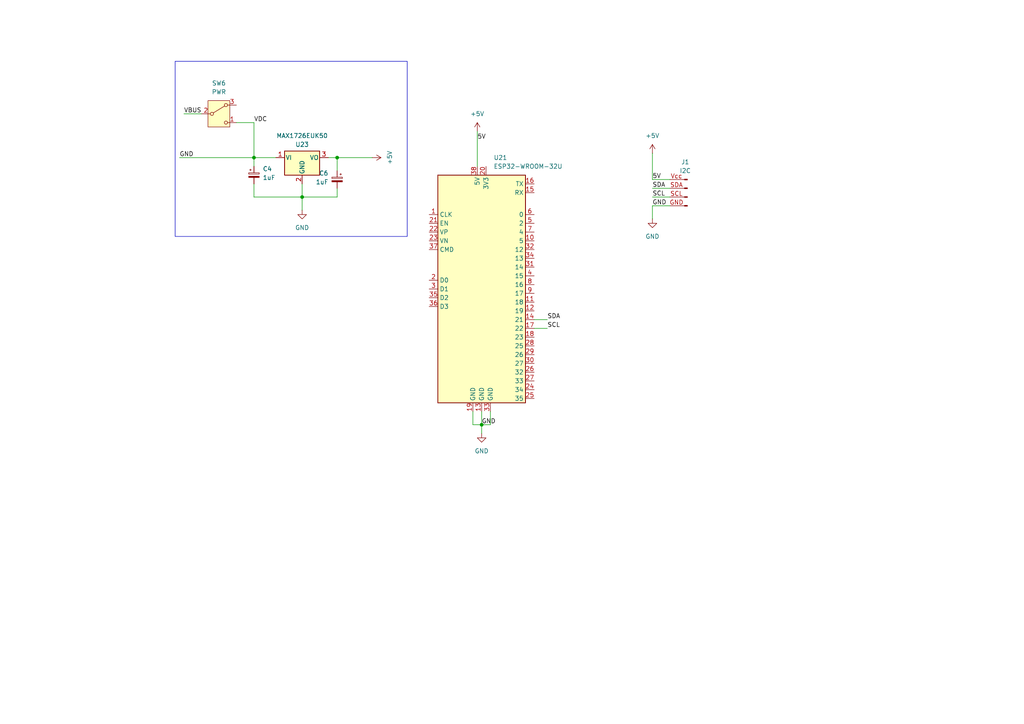
<source format=kicad_sch>
(kicad_sch (version 20231120) (generator "eeschema") (generator_version "8.0")
  (paper "A4")
  (lib_symbols
    (symbol "Alexander_Library_Symbols:Conn_I2C_01x04" (pin_names (offset 1.016) hide)
      (property "Reference" "J" (at 0 5.08 0))
      (property "Value" "I2C" (at 0 -7.62 0))
      (symbol "Conn_I2C_01x04_1_1"
        (polyline (pts (xy 1.27 -5.08) (xy 0.8636 -5.08)) (stroke (width 0.1524)))
        (polyline (pts (xy 1.27 -2.54) (xy 0.8636 -2.54)) (stroke (width 0.1524)))
        (polyline (pts (xy 1.27 0) (xy 0.8636 0)) (stroke (width 0.1524)))
        (polyline (pts (xy 1.27 2.54) (xy 0.8636 2.54)) (stroke (width 0.1524)))
        (rectangle (start 0.8636 -4.953) (end 0 -5.207) (stroke (width 0.1524)) (fill (type outline)))
        (rectangle (start 0.8636 -2.413) (end 0 -2.667) (stroke (width 0.1524)) (fill (type outline)))
        (rectangle (start 0.8636 0.127) (end 0 -0.127) (stroke (width 0.1524)) (fill (type outline)))
        (rectangle (start 0.8636 2.667) (end 0 2.413) (stroke (width 0.1524)) (fill (type outline)))
        (pin power_out line (at 5.08 -5.08 180) (length 3.81) (name "GND") (number "GND"))
        (pin bidirectional line (at 5.08 -2.54 180) (length 3.81) (name "SCL") (number "SCL"))
        (pin bidirectional line (at 5.08 0 180) (length 3.81) (name "SDA") (number "SDA"))
        (pin power_in line (at 5.08 2.54 180) (length 3.81) (name "VCC") (number "Vcc"))
      )
    )
    (symbol "Alexander_Library_Symbols:ESP32-WROOM-32U"
      (property "Reference" "U" (at -12.7 34.29 0))
      (property "Value" "ESP32-WROOM-32U" (at 4.318 34.036 0))
      (symbol "ESP32-WROOM-32U_0_1"
        (rectangle (start -12.7 31.75) (end 12.7 -34.29) (stroke (width 0.254)) (fill (type background)))
      )
      (symbol "ESP32-WROOM-32U_1_1"
        (pin bidirectional line (at -15.24 20.32 0) (length 2.54) (name "CLK") (number "1"))
        (pin bidirectional line (at 15.24 12.7 180) (length 2.54) (name "5") (number "10"))
        (pin bidirectional line (at 15.24 -5.08 180) (length 2.54) (name "18") (number "11"))
        (pin bidirectional line (at 15.24 -7.62 180) (length 2.54) (name "19") (number "12"))
        (pin power_out line (at 0 -36.83 90) (length 2.54) (name "GND") (number "13"))
        (pin bidirectional line (at 15.24 -10.16 180) (length 2.54) (name "21") (number "14"))
        (pin input line (at 15.24 26.67 180) (length 2.54) (name "RX") (number "15"))
        (pin output line (at 15.24 29.21 180) (length 2.54) (name "TX") (number "16"))
        (pin bidirectional line (at 15.24 -12.7 180) (length 2.54) (name "22") (number "17"))
        (pin bidirectional line (at 15.24 -15.24 180) (length 2.54) (name "23") (number "18"))
        (pin power_out line (at -2.54 -36.83 90) (length 2.54) (name "GND") (number "19"))
        (pin bidirectional line (at -15.24 1.27 0) (length 2.54) (name "D0") (number "2"))
        (pin power_in line (at 1.27 34.29 270) (length 2.54) (name "3V3") (number "20"))
        (pin bidirectional line (at -15.24 17.78 0) (length 2.54) (name "EN") (number "21"))
        (pin bidirectional line (at -15.24 15.24 0) (length 2.54) (name "VP") (number "22"))
        (pin bidirectional line (at -15.24 12.7 0) (length 2.54) (name "VN") (number "23"))
        (pin bidirectional line (at 15.24 -30.48 180) (length 2.54) (name "34") (number "24"))
        (pin bidirectional line (at 15.24 -33.02 180) (length 2.54) (name "35") (number "25"))
        (pin bidirectional line (at 15.24 -25.4 180) (length 2.54) (name "32") (number "26"))
        (pin bidirectional line (at 15.24 -27.94 180) (length 2.54) (name "33") (number "27"))
        (pin bidirectional line (at 15.24 -17.78 180) (length 2.54) (name "25") (number "28"))
        (pin bidirectional line (at 15.24 -20.32 180) (length 2.54) (name "26") (number "29"))
        (pin bidirectional line (at -15.24 -1.27 0) (length 2.54) (name "D1") (number "3"))
        (pin bidirectional line (at 15.24 -22.86 180) (length 2.54) (name "27") (number "30"))
        (pin bidirectional line (at 15.24 5.08 180) (length 2.54) (name "14") (number "31"))
        (pin bidirectional line (at 15.24 10.16 180) (length 2.54) (name "12") (number "32"))
        (pin power_out line (at 2.54 -36.83 90) (length 2.54) (name "GND") (number "33"))
        (pin bidirectional line (at 15.24 7.62 180) (length 2.54) (name "13") (number "34"))
        (pin bidirectional line (at -15.24 -3.81 0) (length 2.54) (name "D2") (number "35"))
        (pin bidirectional line (at -15.24 -6.35 0) (length 2.54) (name "D3") (number "36"))
        (pin bidirectional line (at -15.24 10.16 0) (length 2.54) (name "CMD") (number "37"))
        (pin power_in line (at -1.27 34.29 270) (length 2.54) (name "5V") (number "38"))
        (pin bidirectional line (at 15.24 2.54 180) (length 2.54) (name "15") (number "4"))
        (pin bidirectional line (at 15.24 17.78 180) (length 2.54) (name "2") (number "5"))
        (pin bidirectional line (at 15.24 20.32 180) (length 2.54) (name "0") (number "6"))
        (pin bidirectional line (at 15.24 15.24 180) (length 2.54) (name "4") (number "7"))
        (pin bidirectional line (at 15.24 0 180) (length 2.54) (name "16") (number "8"))
        (pin bidirectional line (at 15.24 -2.54 180) (length 2.54) (name "17") (number "9"))
      )
    )
    (symbol "Device:C_Polarized_Small" (pin_numbers hide) (pin_names (offset 0.254) hide)
      (property "Reference" "C" (at 0.254 1.778 0))
      (property "Value" "C_Polarized_Small" (at 0.254 -2.032 0))
      (symbol "C_Polarized_Small_0_1"
        (rectangle (start -1.524 -0.3048) (end 1.524 -0.6858) (fill (type outline)))
        (rectangle (start -1.524 0.6858) (end 1.524 0.3048))
        (polyline (pts (xy -1.27 1.524) (xy -0.762 1.524)))
        (polyline (pts (xy -1.016 1.27) (xy -1.016 1.778)))
      )
      (symbol "C_Polarized_Small_1_1"
        (pin passive line (at 0 2.54 270) (length 1.8542) (name "~") (number "1"))
        (pin passive line (at 0 -2.54 90) (length 1.8542) (name "~") (number "2"))
      )
    )
    (symbol "Regulator_Linear:LM78M05_TO220" (pin_names (offset 0.254))
      (property "Reference" "U" (at -3.81 3.175 0))
      (property "Value" "LM78M05_TO220" (at 0 3.175 0))
      (symbol "LM78M05_TO220_0_1"
        (rectangle (start -5.08 1.905) (end 5.08 -5.08) (stroke (width 0.254)) (fill (type background)))
      )
      (symbol "LM78M05_TO220_1_1"
        (pin power_in line (at -7.62 0 0) (length 2.54) (name "VI") (number "1"))
        (pin power_in line (at 0 -7.62 90) (length 2.54) (name "GND") (number "2"))
        (pin power_out line (at 7.62 0 180) (length 2.54) (name "VO") (number "3"))
      )
    )
    (symbol "Switch:SW_SPDT_321" (pin_names (offset 1) hide)
      (property "Reference" "SW" (at 0 5.08 0))
      (property "Value" "SW_SPDT_321" (at 0 -5.08 0))
      (symbol "SW_SPDT_321_0_1"
        (circle (center -2.032 0) (radius 0.4572))
        (polyline (pts (xy -1.651 0.254) (xy 1.651 2.286)))
        (circle (center 2.032 -2.54) (radius 0.4572))
        (circle (center 2.032 2.54) (radius 0.4572))
      )
      (symbol "SW_SPDT_321_1_1"
        (rectangle (start -3.175 3.81) (end 3.175 -3.81) (fill (type background)))
        (pin passive line (at 5.08 -2.54 180) (length 2.54) (name "C") (number "1"))
        (pin passive line (at -5.08 0 0) (length 2.54) (name "B") (number "2"))
        (pin passive line (at 5.08 2.54 180) (length 2.54) (name "A") (number "3"))
      )
    )
    (symbol "power:+5V" (power) (pin_numbers hide) (pin_names (offset 0) hide)
      (property "Value" "+5V" (at 0 3.556 0))
      (symbol "+5V_0_1"
        (polyline (pts (xy -0.762 1.27) (xy 0 2.54)))
        (polyline (pts (xy 0 0) (xy 0 2.54)))
        (polyline (pts (xy 0 2.54) (xy 0.762 1.27)))
      )
      (symbol "+5V_1_1"
        (pin power_in line (at 0 0 90) (length 0) (name "~") (number "1"))
      )
    )
    (symbol "power:GND" (power) (pin_numbers hide) (pin_names (offset 0) hide)
      (property "Value" "GND" (at 0 -3.81 0))
      (symbol "GND_0_1"
        (polyline (pts (xy 0 0) (xy 0 -1.27) (xy 1.27 -1.27) (xy 0 -2.54) (xy -1.27 -1.27) (xy 0 -1.27)))
      )
      (symbol "GND_1_1"
        (pin power_in line (at 0 0 270) (length 0) (name "~") (number "1"))
      )
    )
  )
  (junction (at 139.7 123.19))
  (junction (at 87.63 57.15))
  (junction (at 97.79 45.72))
  (junction (at 73.66 45.72))
  (wire (pts (xy 154.94 95.25) (xy 158.75 95.25)))
  (wire (pts (xy 73.66 53.34) (xy 73.66 57.15)))
  (wire (pts (xy 97.79 54.61) (xy 97.79 57.15)))
  (wire (pts (xy 73.66 35.56) (xy 73.66 45.72)))
  (wire (pts (xy 52.07 45.72) (xy 73.66 45.72)))
  (wire (pts (xy 73.66 45.72) (xy 73.66 48.26)))
  (wire (pts (xy 97.79 45.72) (xy 107.95 45.72)))
  (wire (pts (xy 53.34 33.02) (xy 58.42 33.02)))
  (wire (pts (xy 189.23 57.15) (xy 194.31 57.15)))
  (wire (pts (xy 95.25 45.72) (xy 97.79 45.72)))
  (wire (pts (xy 189.23 59.69) (xy 194.31 59.69)))
  (wire (pts (xy 137.16 119.38) (xy 137.16 123.19)))
  (wire (pts (xy 87.63 57.15) (xy 97.79 57.15)))
  (wire (pts (xy 139.7 123.19) (xy 139.7 125.73)))
  (wire (pts (xy 97.79 45.72) (xy 97.79 49.53)))
  (wire (pts (xy 68.58 35.56) (xy 73.66 35.56)))
  (wire (pts (xy 139.7 123.19) (xy 142.24 123.19)))
  (wire (pts (xy 87.63 57.15) (xy 87.63 53.34)))
  (wire (pts (xy 139.7 119.38) (xy 139.7 123.19)))
  (wire (pts (xy 189.23 63.5) (xy 189.23 59.69)))
  (wire (pts (xy 194.31 52.07) (xy 189.23 52.07)))
  (wire (pts (xy 80.01 45.72) (xy 73.66 45.72)))
  (wire (pts (xy 87.63 57.15) (xy 87.63 60.96)))
  (wire (pts (xy 73.66 57.15) (xy 87.63 57.15)))
  (wire (pts (xy 154.94 92.71) (xy 158.75 92.71)))
  (wire (pts (xy 189.23 54.61) (xy 194.31 54.61)))
  (wire (pts (xy 138.43 38.1) (xy 138.43 48.26)))
  (wire (pts (xy 142.24 119.38) (xy 142.24 123.19)))
  (wire (pts (xy 189.23 52.07) (xy 189.23 44.45)))
  (wire (pts (xy 137.16 123.19) (xy 139.7 123.19)))
  (rectangle (start 50.8 17.78) (end 118.11 68.58))
  (label "SDA" (at 158.75 92.71 0))
  (label "SCL" (at 189.23 57.15 0))
  (label "GND" (at 139.7 123.19 0))
  (label "SDA" (at 189.23 54.61 0))
  (label "5V" (at 189.23 52.07 0))
  (label "5V" (at 138.43 40.64 0))
  (label "VBUS" (at 53.34 33.02 0))
  (label "VDC" (at 73.66 35.56 0))
  (label "GND" (at 189.23 59.69 0))
  (label "GND" (at 52.07 45.72 0))
  (label "SCL" (at 158.75 95.25 0))
  (symbol (lib_id "Alexander_Library_Symbols:ESP32-WROOM-32U") (at 139.7 82.55 0) (unit 1)
    (property "Reference" "U21" (at 143.1641 45.72 0) (effects (justify left)))
    (property "Value" "ESP32-WROOM-32U" (at 143.1641 48.26 0) (effects (justify left)))
    (property "Footprint" "Alexander Footprint Library:Board_65-40_DevBoard_ESP32-WROOM-32U_38pins" (effects (hide yes)))
    (property "Description" "RF Module, ESP32-D0WDQ6 SoC, Wi-Fi 802.11b/g/n, Bluetooth, BLE, 32-bit, 2.7-3.6V, onboard antenna, SMD" (effects (hide yes)))
  )
  (symbol (lib_id "Device:C_Polarized_Small") (at 73.66 50.8 0) (unit 1)
    (property "Reference" "C4" (at 76.2 48.9838 0) (effects (justify left)))
    (property "Value" "1uF" (at 76.2 51.5238 0) (effects (justify left)))
    (property "Footprint" "Capacitor_THT:CP_Radial_D4.0mm_P2.00mm" (effects (hide yes)))
  )
  (symbol (lib_id "power:GND") (at 87.63 60.96 0) (unit 1)
    (property "Reference" "#PWR060" (effects (hide yes)))
    (property "Value" "GND" (at 87.63 66.04 0))
  )
  (symbol (lib_id "power:+5V") (at 189.23 44.45 0) (unit 1)
    (property "Reference" "#PWR055" (effects (hide yes)))
    (property "Value" "+5V" (at 189.23 39.37 0))
    (property "Description" "Power symbol creates a global label with name \"+5V\"" (effects (hide yes)))
  )
  (symbol (lib_id "power:GND") (at 189.23 63.5 0) (unit 1)
    (property "Reference" "#PWR056" (effects (hide yes)))
    (property "Value" "GND" (at 189.23 68.58 0))
    (property "Description" "Power symbol creates a global label with name \"GND\" , ground" (effects (hide yes)))
  )
  (symbol (lib_id "power:+5V") (at 138.43 38.1 0) (unit 1)
    (property "Reference" "#PWR048" (effects (hide yes)))
    (property "Value" "+5V" (at 138.43 33.02 0))
    (property "Description" "Power symbol creates a global label with name \"+5V\"" (effects (hide yes)))
  )
  (symbol (lib_id "Regulator_Linear:LM78M05_TO220") (at 87.63 45.72 0) (unit 1)
    (property "Reference" "U23" (at 87.63 41.91 0))
    (property "Value" "MAX1726EUK50" (at 87.63 39.37 0))
    (property "Footprint" "Package_TO_SOT_SMD:SOT-223-3_TabPin2" (effects (hide yes)))
    (property "Datasheet" "https://www.onsemi.com/pub/Collateral/MC78M00-D.PDF" (effects (hide yes)))
  )
  (symbol (lib_id "Alexander_Library_Symbols:Conn_I2C_01x04") (at 199.39 54.61 0) (mirror y) (unit 1)
    (property "Reference" "J1" (at 198.755 46.99 0))
    (property "Value" "I2C" (at 198.755 49.53 0))
    (property "Footprint" "Alexander Footprint Library:Conn_I2C" (effects (hide yes)))
    (property "Description" "I2C connector, single row, 01x04" (effects (hide yes)))
  )
  (symbol (lib_id "power:GND") (at 139.7 125.73 0) (unit 1)
    (property "Reference" "#PWR047" (effects (hide yes)))
    (property "Value" "GND" (at 139.7 130.81 0))
    (property "Description" "Power symbol creates a global label with name \"GND\" , ground" (effects (hide yes)))
  )
  (symbol (lib_id "Device:C_Polarized_Small") (at 97.79 52.07 0) (mirror y) (unit 1)
    (property "Reference" "C6" (at 95.25 50.2539 0) (effects (justify left)))
    (property "Value" "1uF" (at 95.25 52.7939 0) (effects (justify left)))
    (property "Footprint" "Capacitor_THT:CP_Radial_D4.0mm_P2.00mm" (effects (hide yes)))
  )
  (symbol (lib_id "Switch:SW_SPDT_321") (at 63.5 33.02 0) (unit 1)
    (property "Reference" "SW6" (at 63.5 24.13 0))
    (property "Value" "PWR" (at 63.5 26.67 0))
    (property "Footprint" "Connector_PinHeader_2.54mm:PinHeader_1x03_P2.54mm_Vertical" (effects (hide yes)))
    (property "Description" "Switch, single pole double throw" (effects (hide yes)))
  )
  (symbol (lib_id "power:+5V") (at 107.95 45.72 270) (unit 1)
    (property "Reference" "#PWR059" (effects (hide yes)))
    (property "Value" "+5V" (at 113.03 45.72 0))
  )
)
</source>
